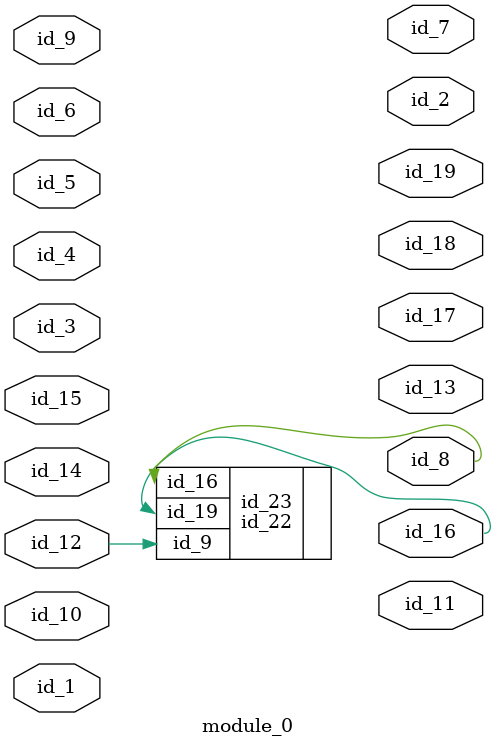
<source format=v>
module module_0 (
    id_1,
    id_2,
    id_3,
    id_4,
    id_5,
    id_6,
    id_7,
    id_8,
    id_9,
    id_10,
    id_11,
    id_12,
    id_13,
    id_14,
    id_15,
    id_16,
    id_17,
    id_18,
    id_19
);
  output id_19;
  output id_18;
  output id_17;
  output id_16;
  input id_15;
  input id_14;
  output id_13;
  input id_12;
  output id_11;
  input id_10;
  input id_9;
  output id_8;
  output id_7;
  input id_6;
  input id_5;
  input id_4;
  input id_3;
  output id_2;
  input id_1;
  id_20 id_21 (
      .id_4 (id_9),
      .id_12(1)
  );
  id_22 id_23 (
      .id_9 (id_12),
      .id_19(id_16),
      .id_16(id_8)
  );
endmodule

</source>
